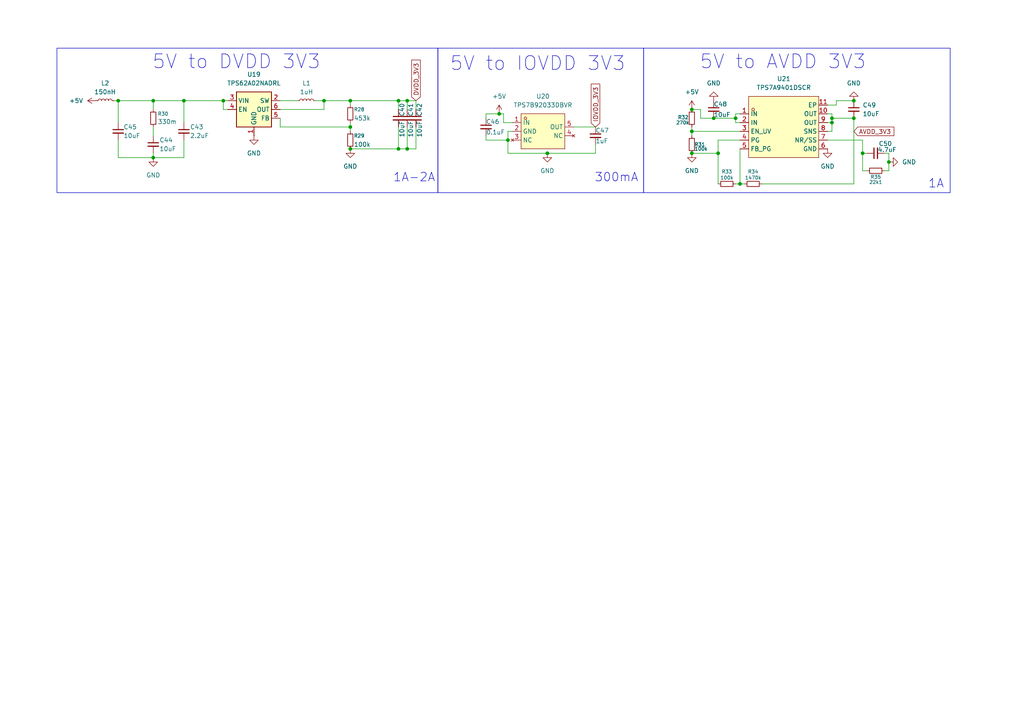
<source format=kicad_sch>
(kicad_sch (version 20250114) (generator "eeschema") (generator_version "9.0")
  (paper "A4")
  (lib_symbols
    (symbol "Device:C_Small" (pin_numbers (hide yes)) (pin_names (offset 0.254) (hide yes))
      (property "Reference" "C" (at 0.254 1.778 0))
      (property "Value" "C_Small" (at 0.254 -2.032 0))
      (symbol "C_Small_0_1"
        (polyline (pts (xy -1.524 0.508) (xy 1.524 0.508)) (stroke (width 0.3048)))
        (polyline (pts (xy -1.524 -0.508) (xy 1.524 -0.508)) (stroke (width 0.3302)))
      )
      (symbol "C_Small_1_1"
        (pin passive line (at 0 2.54 270) (length 2.032) (name "~") (number "1"))
        (pin passive line (at 0 -2.54 90) (length 2.032) (name "~") (number "2"))
      )
    )
    (symbol "Device:L_Small" (pin_numbers (hide yes)) (pin_names (offset 0.254) (hide yes))
      (property "Reference" "L" (at 0.762 1.016 0))
      (property "Value" "L_Small" (at 0.762 -1.016 0))
      (symbol "L_Small_0_1"
        (arc (start 0 2.032) (mid 0.5058 1.524) (end 0 1.016))
        (arc (start 0 1.016) (mid 0.5058 0.508) (end 0 0))
        (arc (start 0 0) (mid 0.5058 -0.508) (end 0 -1.016))
        (arc (start 0 -1.016) (mid 0.5058 -1.524) (end 0 -2.032))
      )
      (symbol "L_Small_1_1"
        (pin passive line (at 0 2.54 270) (length 0.508) (name "~") (number "1"))
        (pin passive line (at 0 -2.54 90) (length 0.508) (name "~") (number "2"))
      )
    )
    (symbol "Device:R_Small" (pin_numbers (hide yes)) (pin_names (offset 0.254) (hide yes))
      (property "Reference" "R" (at 0 0 90))
      (property "Value" "R_Small" (at 1.778 0 90))
      (symbol "R_Small_0_1"
        (rectangle (start -0.762 1.778) (end 0.762 -1.778) (stroke (width 0.2032)))
      )
      (symbol "R_Small_1_1"
        (pin passive line (at 0 2.54 270) (length 0.762) (name "~") (number "1"))
        (pin passive line (at 0 -2.54 90) (length 0.762) (name "~") (number "2"))
      )
    )
    (symbol "Regulator_Switching:TPS62A02NADRL"
      (property "Reference" "U" (at -5.08 6.35 0))
      (property "Value" "TPS62A02NADRL" (at 0 6.35 0))
      (symbol "TPS62A02NADRL_0_1"
        (rectangle (start -5.08 5.08) (end 5.08 -5.08) (stroke (width 0.254)) (fill (type background)))
      )
      (symbol "TPS62A02NADRL_1_1"
        (pin power_in line (at -7.62 2.54 0) (length 2.54) (name "VIN") (number "3"))
        (pin input line (at -7.62 0 0) (length 2.54) (name "EN") (number "4"))
        (pin power_in line (at 0 -7.62 90) (length 2.54) (name "GND") (number "1"))
        (pin power_out line (at 7.62 2.54 180) (length 2.54) (name "SW") (number "2"))
        (pin input line (at 7.62 0 180) (length 2.54) (name "OUT") (number "6"))
        (pin input line (at 7.62 -2.54 180) (length 2.54) (name "FB") (number "5"))
      )
    )
    (symbol "easyeda2kicad:TPS7A9401DSCR"
      (property "Reference" "U" (at 0 11.43 0))
      (property "Value" "TPS7A9401DSCR" (at 0 -11.43 0))
      (symbol "TPS7A9401DSCR_0_1"
        (rectangle (start -10.16 8.89) (end 10.16 -8.89) (fill (type background)))
        (circle (center -8.89 5.08) (radius 0.38))
        (pin unspecified line (at -12.7 3.81 0) (length 2.54) (name "IN") (number "1"))
        (pin unspecified line (at -12.7 1.27 0) (length 2.54) (name "IN") (number "2"))
        (pin unspecified line (at -12.7 -1.27 0) (length 2.54) (name "EN_UV") (number "3"))
        (pin unspecified line (at -12.7 -3.81 0) (length 2.54) (name "PG") (number "4"))
        (pin unspecified line (at -12.7 -6.35 0) (length 2.54) (name "FB_PG") (number "5"))
        (pin unspecified line (at 12.7 6.35 180) (length 2.54) (name "EP") (number "11"))
        (pin unspecified line (at 12.7 3.81 180) (length 2.54) (name "OUT") (number "10"))
        (pin unspecified line (at 12.7 1.27 180) (length 2.54) (name "OUT") (number "9"))
        (pin unspecified line (at 12.7 -1.27 180) (length 2.54) (name "SNS") (number "8"))
        (pin unspecified line (at 12.7 -3.81 180) (length 2.54) (name "NR/SS") (number "7"))
        (pin unspecified line (at 12.7 -6.35 180) (length 2.54) (name "GND") (number "6"))
      )
    )
    (symbol "easyeda2kicad:TPS7B92033DBVR"
      (property "Reference" "U" (at 0 7.62 0))
      (property "Value" "TPS7B92033DBVR" (at 0 -7.62 0))
      (symbol "TPS7B92033DBVR_0_1"
        (rectangle (start -6.35 5.08) (end 6.35 -5.08) (fill (type background)))
        (circle (center -5.08 3.81) (radius 0.38))
      )
      (symbol "TPS7B92033DBVR_1_1"
        (pin power_in line (at -8.89 2.54 0) (length 2.54) (name "IN") (number "1"))
        (pin power_in line (at -8.89 0 0) (length 2.54) (name "GND") (number "2"))
        (pin no_connect line (at -8.89 -2.54 0) (length 2.54) (name "NC") (number "3"))
        (pin power_out line (at 8.89 1.27 180) (length 2.54) (name "OUT") (number "5"))
        (pin no_connect line (at 8.89 -1.27 180) (length 2.54) (name "NC") (number "4"))
      )
    )
    (symbol "power:+5V" (power) (pin_numbers (hide yes)) (pin_names (offset 0) (hide yes))
      (property "Value" "+5V" (at 0 3.556 0))
      (symbol "+5V_0_1"
        (polyline (pts (xy -0.762 1.27) (xy 0 2.54)))
        (polyline (pts (xy 0 2.54) (xy 0.762 1.27)))
        (polyline (pts (xy 0 0) (xy 0 2.54)))
      )
      (symbol "+5V_1_1"
        (pin power_in line (at 0 0 90) (length 0) (name "~") (number "1"))
      )
    )
    (symbol "power:GND" (power) (pin_numbers (hide yes)) (pin_names (offset 0) (hide yes))
      (property "Value" "GND" (at 0 -3.81 0))
      (symbol "GND_0_1"
        (polyline (pts (xy 0 0) (xy 0 -1.27) (xy 1.27 -1.27) (xy 0 -2.54) (xy -1.27 -1.27) (xy 0 -1.27)))
      )
      (symbol "GND_1_1"
        (pin power_in line (at 0 0 270) (length 0) (name "~") (number "1"))
      )
    )
  )
  (rectangle (start 16.51 13.97) (end 127 55.88))
  (rectangle (start 127 13.97) (end 186.69 55.88))
  (rectangle (start 186.69 13.97) (end 275.59 55.88))
  (text "5V to AVDD 3V3" (at 227.076 18.034 0) (effects (font (size 4 4))))
  (text "5V to IOVDD 3V3" (at 155.956 18.542 0) (effects (font (size 4 4))))
  (text "1A-2A" (at 120.142 51.562 0) (effects (font (size 2.5 2.5))))
  (text "300mA" (at 178.816 51.562 0) (effects (font (size 2.5 2.5))))
  (text "5V to DVDD 3V3" (at 68.58 18.034 0) (effects (font (size 4 4))))
  (text "1A" (at 271.526 53.34 0) (effects (font (size 2.5 2.5))))
  (junction (at 34.29 29.21))
  (junction (at 200.66 38.1))
  (junction (at 257.81 46.99))
  (junction (at 200.66 44.45))
  (junction (at 241.3 34.29))
  (junction (at 207.01 34.29))
  (junction (at 93.98 29.21))
  (junction (at 147.32 40.64))
  (junction (at 44.45 29.21))
  (junction (at 115.57 43.18))
  (junction (at 44.45 45.72))
  (junction (at 144.78 33.02))
  (junction (at 118.11 43.18))
  (junction (at 250.19 44.45))
  (junction (at 53.34 29.21))
  (junction (at 208.28 44.45))
  (junction (at 118.11 29.21))
  (junction (at 101.6 43.18))
  (junction (at 214.63 53.34))
  (junction (at 158.75 44.45))
  (junction (at 213.36 34.29))
  (junction (at 64.77 29.21))
  (junction (at 247.65 29.21))
  (junction (at 101.6 36.83))
  (junction (at 200.66 31.75))
  (junction (at 247.65 34.29))
  (junction (at 115.57 29.21))
  (junction (at 241.3 35.56))
  (junction (at 101.6 29.21))
  (wire (pts (xy 247.65 34.29) (xy 241.3 34.29)))
  (wire (pts (xy 213.36 33.02) (xy 214.63 33.02)))
  (wire (pts (xy 115.57 29.21) (xy 115.57 31.75)))
  (wire (pts (xy 101.6 30.48) (xy 101.6 29.21)))
  (wire (pts (xy 250.19 40.64) (xy 240.03 40.64)))
  (wire (pts (xy 240.03 30.48) (xy 242.57 30.48)))
  (wire (pts (xy 240.03 38.1) (xy 241.3 38.1)))
  (wire (pts (xy 250.19 44.45) (xy 250.19 49.53)))
  (wire (pts (xy 101.6 36.83) (xy 101.6 38.1)))
  (wire (pts (xy 140.97 33.02) (xy 144.78 33.02)))
  (wire (pts (xy 118.11 43.18) (xy 118.11 36.83)))
  (wire (pts (xy 241.3 34.29) (xy 241.3 33.02)))
  (wire (pts (xy 147.32 40.64) (xy 140.97 40.64)))
  (wire (pts (xy 53.34 29.21) (xy 53.34 35.56)))
  (wire (pts (xy 118.11 29.21) (xy 115.57 29.21)))
  (wire (pts (xy 242.57 29.21) (xy 247.65 29.21)))
  (wire (pts (xy 147.32 40.64) (xy 147.32 44.45)))
  (wire (pts (xy 250.19 44.45) (xy 250.19 40.64)))
  (wire (pts (xy 220.98 53.34) (xy 247.65 53.34)))
  (wire (pts (xy 115.57 43.18) (xy 115.57 36.83)))
  (wire (pts (xy 93.98 29.21) (xy 91.44 29.21)))
  (wire (pts (xy 34.29 45.72) (xy 44.45 45.72)))
  (wire (pts (xy 213.36 35.56) (xy 213.36 34.29)))
  (wire (pts (xy 203.2 31.75) (xy 203.2 34.29)))
  (wire (pts (xy 53.34 29.21) (xy 64.77 29.21)))
  (wire (pts (xy 172.72 44.45) (xy 158.75 44.45)))
  (wire (pts (xy 147.32 38.1) (xy 148.59 38.1)))
  (wire (pts (xy 34.29 40.64) (xy 34.29 45.72)))
  (wire (pts (xy 64.77 29.21) (xy 64.77 31.75)))
  (wire (pts (xy 214.63 53.34) (xy 213.36 53.34)))
  (wire (pts (xy 101.6 43.18) (xy 115.57 43.18)))
  (wire (pts (xy 34.29 29.21) (xy 34.29 35.56)))
  (wire (pts (xy 53.34 40.64) (xy 53.34 45.72)))
  (wire (pts (xy 214.63 35.56) (xy 213.36 35.56)))
  (wire (pts (xy 81.28 29.21) (xy 86.36 29.21)))
  (wire (pts (xy 207.01 34.29) (xy 203.2 34.29)))
  (wire (pts (xy 66.04 29.21) (xy 64.77 29.21)))
  (wire (pts (xy 147.32 40.64) (xy 147.32 38.1)))
  (wire (pts (xy 200.66 44.45) (xy 208.28 44.45)))
  (wire (pts (xy 242.57 30.48) (xy 242.57 29.21)))
  (wire (pts (xy 166.37 36.83) (xy 172.72 36.83)))
  (wire (pts (xy 44.45 36.83) (xy 44.45 39.37)))
  (wire (pts (xy 247.65 53.34) (xy 247.65 34.29)))
  (wire (pts (xy 81.28 36.83) (xy 81.28 34.29)))
  (wire (pts (xy 208.28 53.34) (xy 208.28 44.45)))
  (wire (pts (xy 250.19 49.53) (xy 251.46 49.53)))
  (wire (pts (xy 81.28 31.75) (xy 93.98 31.75)))
  (wire (pts (xy 118.11 31.75) (xy 118.11 29.21)))
  (wire (pts (xy 140.97 34.29) (xy 140.97 33.02)))
  (wire (pts (xy 120.65 43.18) (xy 118.11 43.18)))
  (wire (pts (xy 200.66 38.1) (xy 200.66 36.83)))
  (wire (pts (xy 44.45 45.72) (xy 53.34 45.72)))
  (wire (pts (xy 146.05 35.56) (xy 146.05 33.02)))
  (wire (pts (xy 44.45 29.21) (xy 44.45 31.75)))
  (wire (pts (xy 146.05 33.02) (xy 144.78 33.02)))
  (wire (pts (xy 101.6 29.21) (xy 115.57 29.21)))
  (wire (pts (xy 101.6 36.83) (xy 81.28 36.83)))
  (wire (pts (xy 44.45 29.21) (xy 53.34 29.21)))
  (wire (pts (xy 241.3 35.56) (xy 241.3 34.29)))
  (wire (pts (xy 203.2 31.75) (xy 200.66 31.75)))
  (wire (pts (xy 214.63 43.18) (xy 214.63 53.34)))
  (wire (pts (xy 101.6 36.83) (xy 101.6 35.56)))
  (wire (pts (xy 158.75 44.45) (xy 147.32 44.45)))
  (wire (pts (xy 34.29 29.21) (xy 44.45 29.21)))
  (wire (pts (xy 208.28 44.45) (xy 208.28 40.64)))
  (wire (pts (xy 33.02 29.21) (xy 34.29 29.21)))
  (wire (pts (xy 200.66 38.1) (xy 200.66 39.37)))
  (wire (pts (xy 148.59 35.56) (xy 146.05 35.56)))
  (wire (pts (xy 241.3 33.02) (xy 240.03 33.02)))
  (wire (pts (xy 120.65 31.75) (xy 120.65 29.21)))
  (wire (pts (xy 256.54 49.53) (xy 257.81 49.53)))
  (wire (pts (xy 207.01 34.29) (xy 213.36 34.29)))
  (wire (pts (xy 214.63 53.34) (xy 215.9 53.34)))
  (wire (pts (xy 44.45 44.45) (xy 44.45 45.72)))
  (wire (pts (xy 93.98 29.21) (xy 101.6 29.21)))
  (wire (pts (xy 257.81 44.45) (xy 256.54 44.45)))
  (wire (pts (xy 120.65 29.21) (xy 118.11 29.21)))
  (wire (pts (xy 120.65 36.83) (xy 120.65 43.18)))
  (wire (pts (xy 257.81 46.99) (xy 257.81 44.45)))
  (wire (pts (xy 93.98 31.75) (xy 93.98 29.21)))
  (wire (pts (xy 140.97 40.64) (xy 140.97 39.37)))
  (wire (pts (xy 241.3 38.1) (xy 241.3 35.56)))
  (wire (pts (xy 214.63 38.1) (xy 200.66 38.1)))
  (wire (pts (xy 240.03 35.56) (xy 241.3 35.56)))
  (wire (pts (xy 208.28 40.64) (xy 214.63 40.64)))
  (wire (pts (xy 64.77 31.75) (xy 66.04 31.75)))
  (wire (pts (xy 115.57 43.18) (xy 118.11 43.18)))
  (wire (pts (xy 172.72 41.91) (xy 172.72 44.45)))
  (wire (pts (xy 213.36 34.29) (xy 213.36 33.02)))
  (wire (pts (xy 251.46 44.45) (xy 250.19 44.45)))
  (wire (pts (xy 257.81 46.99) (xy 257.81 49.53)))
  (global_label "IOVDD_3V3" (shape input) (at 172.72 36.83 90) (property "Intersheetrefs" "${INTERSHEET_REFS}" (effects (hide yes))))
  (global_label "AVDD_3V3" (shape input) (at 247.65 38.1 0) (property "Intersheetrefs" "${INTERSHEET_REFS}" (effects (hide yes))))
  (global_label "DVDD_3V3" (shape input) (at 120.65 29.21 90) (property "Intersheetrefs" "${INTERSHEET_REFS}" (effects (hide yes))))
  (symbol (lib_id "power:+5V") (at 27.94 29.21 90) (unit 1)
    (property "Reference" "#PWR088" (effects (hide yes)))
    (property "Value" "+5V" (at 24.13 29.2099 90) (effects (justify left)))
    (property "Description" "Power symbol creates a global label with name \"+5V\"" (effects (hide yes)))
  )
  (symbol (lib_id "easyeda2kicad:TPS7A9401DSCR") (at 227.33 36.83 0) (unit 1)
    (property "Reference" "U21" (at 227.33 22.86 0))
    (property "Value" "TPS7A9401DSCR" (at 227.33 25.4 0))
    (property "Footprint" "easyeda2kicad:WSON-10_L3.0-W3.0-P0.50-TL-EP" (effects (hide yes)))
    (property "LCSC Part" "C5220127" (effects (hide yes)))
  )
  (symbol (lib_id "Device:C_Small") (at 207.01 31.75 0) (unit 1)
    (property "Reference" "C48" (at 207.01 30.226 0) (effects (justify left)))
    (property "Value" "10uF" (at 207.01 33.274 0) (effects (justify left)))
    (property "Description" "Unpolarized capacitor, small symbol" (effects (hide yes)))
  )
  (symbol (lib_id "Device:R_Small") (at 210.82 53.34 90) (unit 1)
    (property "Reference" "R33" (at 210.82 49.784 90) (effects (font (size 1.016 1.016))))
    (property "Value" "100k" (at 210.82 51.562 90) (effects (font (size 1 1))))
    (property "Description" "Resistor, small symbol" (effects (hide yes)))
  )
  (symbol (lib_id "Device:R_Small") (at 101.6 33.02 0) (unit 1)
    (property "Reference" "R28" (at 102.616 31.75 0) (effects (font (size 1.016 1.016)) (justify left)))
    (property "Value" "453k" (at 102.616 34.29 0) (effects (justify left)))
    (property "Description" "Resistor, small symbol" (effects (hide yes)))
  )
  (symbol (lib_id "Device:R_Small") (at 200.66 34.29 0) (unit 1)
    (property "Reference" "R32" (at 196.596 34.036 0) (effects (font (size 1.016 1.016)) (justify left)))
    (property "Value" "270k" (at 196.088 35.56 0) (effects (font (size 1 1)) (justify left)))
    (property "Description" "Resistor, small symbol" (effects (hide yes)))
  )
  (symbol (lib_id "Device:C_Small") (at 140.97 36.83 0) (unit 1)
    (property "Reference" "C46" (at 140.97 35.306 0) (effects (justify left)))
    (property "Value" "0.1uF" (at 140.97 38.354 0) (effects (justify left)))
    (property "Description" "Unpolarized capacitor, small symbol" (effects (hide yes)))
  )
  (symbol (lib_id "power:+5V") (at 144.78 33.02 0) (unit 1)
    (property "Reference" "#PWR089" (effects (hide yes)))
    (property "Value" "+5V" (at 144.78 27.94 0))
    (property "Description" "Power symbol creates a global label with name \"+5V\"" (effects (hide yes)))
  )
  (symbol (lib_id "power:GND") (at 200.66 44.45 0) (unit 1)
    (property "Reference" "#PWR093" (effects (hide yes)))
    (property "Value" "GND" (at 200.66 49.53 0))
    (property "Description" "Power symbol creates a global label with name \"GND\" , ground" (effects (hide yes)))
  )
  (symbol (lib_id "easyeda2kicad:TPS7B92033DBVR") (at 157.48 38.1 0) (unit 1)
    (property "Reference" "U20" (at 157.48 27.94 0))
    (property "Value" "TPS7B92033DBVR" (at 157.48 30.48 0))
    (property "Footprint" "easyeda2kicad:SOT-23-5_L2.9-W1.6-P0.95-LS2.8-BR" (effects (hide yes)))
    (property "LCSC Part" "C32353919" (effects (hide yes)))
  )
  (symbol (lib_id "power:GND") (at 101.6 43.18 0) (unit 1)
    (property "Reference" "#PWR086" (effects (hide yes)))
    (property "Value" "GND" (at 101.6 48.26 0))
    (property "Description" "Power symbol creates a global label with name \"GND\" , ground" (effects (hide yes)))
  )
  (symbol (lib_id "Device:C_Small") (at 118.11 34.29 0) (unit 1)
    (property "Reference" "C41" (at 119.126 33.782 90) (effects (justify left)))
    (property "Value" "10uF" (at 119.126 39.878 90) (effects (justify left)))
    (property "Footprint" "Capacitor_SMD:C_1206_3216Metric" (effects (hide yes)))
    (property "Description" "Unpolarized capacitor, small symbol" (effects (hide yes)))
    (property "LCSC" "C77093" (effects (hide yes)))
  )
  (symbol (lib_id "Device:R_Small") (at 44.45 34.29 0) (unit 1)
    (property "Reference" "R30" (at 45.72 33.02 0) (effects (font (size 1.016 1.016)) (justify left)))
    (property "Value" "330m" (at 45.72 35.306 0) (effects (justify left)))
    (property "Footprint" "Resistor_SMD:R_0603_1608Metric" (effects (hide yes)))
    (property "Description" "Resistor, small symbol" (effects (hide yes)))
    (property "LCSC" "C2074200" (effects (hide yes)))
  )
  (symbol (lib_id "Device:R_Small") (at 254 49.53 90) (unit 1)
    (property "Reference" "R35" (at 254 51.308 90) (effects (font (size 1.016 1.016))))
    (property "Value" "22k1" (at 254 52.832 90) (effects (font (size 1 1))))
    (property "Description" "Resistor, small symbol" (effects (hide yes)))
  )
  (symbol (lib_id "power:GND") (at 240.03 43.18 0) (unit 1)
    (property "Reference" "#PWR096" (effects (hide yes)))
    (property "Value" "GND" (at 240.03 48.26 0))
    (property "Description" "Power symbol creates a global label with name \"GND\" , ground" (effects (hide yes)))
  )
  (symbol (lib_id "Device:C_Small") (at 120.65 34.29 0) (unit 1)
    (property "Reference" "C42" (at 121.666 33.782 90) (effects (justify left)))
    (property "Value" "10uF" (at 121.666 39.878 90) (effects (justify left)))
    (property "Footprint" "Capacitor_SMD:C_1206_3216Metric" (effects (hide yes)))
    (property "Description" "Unpolarized capacitor, small symbol" (effects (hide yes)))
    (property "LCSC" "C77093" (effects (hide yes)))
  )
  (symbol (lib_id "Device:C_Small") (at 44.45 41.91 0) (unit 1)
    (property "Reference" "C44" (at 46.228 40.64 0) (effects (justify left)))
    (property "Value" "10uF" (at 46.228 43.18 0) (effects (justify left)))
    (property "Footprint" "Capacitor_SMD:C_0805_2012Metric" (effects (hide yes)))
    (property "Description" "Unpolarized capacitor, small symbol" (effects (hide yes)))
    (property "LCSC" "C6684487" (effects (hide yes)))
  )
  (symbol (lib_id "Device:C_Small") (at 254 44.45 90) (unit 1)
    (property "Reference" "C50" (at 256.794 41.656 90))
    (property "Value" "4.7uF" (at 257.302 43.434 90))
    (property "Description" "Unpolarized capacitor, small symbol" (effects (hide yes)))
  )
  (symbol (lib_id "power:GND") (at 207.01 29.21 180) (unit 1)
    (property "Reference" "#PWR092" (effects (hide yes)))
    (property "Value" "GND" (at 207.01 24.13 0))
    (property "Description" "Power symbol creates a global label with name \"GND\" , ground" (effects (hide yes)))
  )
  (symbol (lib_id "Device:C_Small") (at 172.72 39.37 0) (unit 1)
    (property "Reference" "C47" (at 172.72 37.846 0) (effects (justify left)))
    (property "Value" "1uF" (at 172.72 40.894 0) (effects (justify left)))
    (property "Description" "Unpolarized capacitor, small symbol" (effects (hide yes)))
  )
  (symbol (lib_id "power:GND") (at 247.65 29.21 180) (unit 1)
    (property "Reference" "#PWR094" (effects (hide yes)))
    (property "Value" "GND" (at 247.65 24.13 0))
    (property "Description" "Power symbol creates a global label with name \"GND\" , ground" (effects (hide yes)))
  )
  (symbol (lib_id "Device:L_Small") (at 30.48 29.21 90) (unit 1)
    (property "Reference" "L2" (at 30.48 24.13 90))
    (property "Value" "150nH" (at 30.48 26.67 90))
    (property "Footprint" "Inductor_SMD:L_0603_1608Metric" (effects (hide yes)))
    (property "Description" "Inductor, small symbol" (effects (hide yes)))
    (property "LCSC" "C6961566" (effects (hide yes)))
  )
  (symbol (lib_id "Device:C_Small") (at 53.34 38.1 0) (unit 1)
    (property "Reference" "C43" (at 55.118 36.83 0) (effects (justify left)))
    (property "Value" "2.2uF" (at 55.118 39.37 0) (effects (justify left)))
    (property "Footprint" "Capacitor_SMD:C_0603_1608Metric" (effects (hide yes)))
    (property "Description" "Unpolarized capacitor, small symbol" (effects (hide yes)))
    (property "LCSC" "C86018" (effects (hide yes)))
  )
  (symbol (lib_id "power:GND") (at 257.81 46.99 90) (unit 1)
    (property "Reference" "#PWR095" (effects (hide yes)))
    (property "Value" "GND" (at 261.62 46.9899 90) (effects (justify right)))
    (property "Description" "Power symbol creates a global label with name \"GND\" , ground" (effects (hide yes)))
  )
  (symbol (lib_id "Device:C_Small") (at 115.57 34.29 0) (unit 1)
    (property "Reference" "C40" (at 116.586 33.782 90) (effects (justify left)))
    (property "Value" "10uF" (at 116.586 39.878 90) (effects (justify left)))
    (property "Footprint" "Capacitor_SMD:C_1206_3216Metric" (effects (hide yes)))
    (property "Description" "Unpolarized capacitor, small symbol" (effects (hide yes)))
    (property "LCSC" "C77093" (effects (hide yes)))
  )
  (symbol (lib_id "power:GND") (at 158.75 44.45 0) (unit 1)
    (property "Reference" "#PWR090" (effects (hide yes)))
    (property "Value" "GND" (at 158.75 49.53 0))
    (property "Description" "Power symbol creates a global label with name \"GND\" , ground" (effects (hide yes)))
  )
  (symbol (lib_id "Device:C_Small") (at 247.65 31.75 0) (unit 1)
    (property "Reference" "C49" (at 250.19 30.4862 0) (effects (justify left)))
    (property "Value" "10uF" (at 250.19 33.0262 0) (effects (justify left)))
    (property "Description" "Unpolarized capacitor, small symbol" (effects (hide yes)))
  )
  (symbol (lib_id "power:GND") (at 73.66 39.37 0) (unit 1)
    (property "Reference" "#PWR085" (effects (hide yes)))
    (property "Value" "GND" (at 73.66 44.45 0))
    (property "Description" "Power symbol creates a global label with name \"GND\" , ground" (effects (hide yes)))
  )
  (symbol (lib_id "Device:C_Small") (at 34.29 38.1 0) (unit 1)
    (property "Reference" "C45" (at 35.814 36.83 0) (effects (justify left)))
    (property "Value" "10uF" (at 35.814 39.37 0) (effects (justify left)))
    (property "Footprint" "Capacitor_SMD:C_0805_2012Metric" (effects (hide yes)))
    (property "Description" "Unpolarized capacitor, small symbol" (effects (hide yes)))
    (property "LCSC" "C6684487" (effects (hide yes)))
  )
  (symbol (lib_id "power:+5V") (at 200.66 31.75 0) (unit 1)
    (property "Reference" "#PWR091" (effects (hide yes)))
    (property "Value" "+5V" (at 200.66 26.67 0))
    (property "Description" "Power symbol creates a global label with name \"+5V\"" (effects (hide yes)))
  )
  (symbol (lib_id "Device:R_Small") (at 101.6 40.64 0) (unit 1)
    (property "Reference" "R29" (at 102.616 39.37 0) (effects (font (size 1.016 1.016)) (justify left)))
    (property "Value" "100k" (at 102.616 41.91 0) (effects (justify left)))
    (property "Description" "Resistor, small symbol" (effects (hide yes)))
  )
  (symbol (lib_id "Device:L_Small") (at 88.9 29.21 90) (unit 1)
    (property "Reference" "L1" (at 88.9 24.13 90))
    (property "Value" "1uH" (at 88.9 26.67 90))
    (property "Footprint" "easyeda2kicad:L0806" (effects (hide yes)))
    (property "Description" "Inductor, small symbol" (effects (hide yes)))
    (property "LCSC" "C161082" (effects (hide yes)))
  )
  (symbol (lib_id "Device:R_Small") (at 200.66 41.91 0) (unit 1)
    (property "Reference" "R31" (at 201.422 41.91 0) (effects (font (size 1.016 1.016)) (justify left)))
    (property "Value" "100k" (at 201.422 43.18 0) (effects (font (size 1 1)) (justify left)))
    (property "Description" "Resistor, small symbol" (effects (hide yes)))
  )
  (symbol (lib_id "Regulator_Switching:TPS62A02NADRL") (at 73.66 31.75 0) (unit 1)
    (property "Reference" "U19" (at 73.66 21.59 0))
    (property "Value" "TPS62A02NADRL" (at 73.66 24.13 0))
    (property "Footprint" "Package_TO_SOT_SMD:SOT-563" (effects (hide yes)))
    (property "Datasheet" "https://www.ti.com/lit/gpn/tps62a02a" (effects (hide yes)))
    (property "Description" "High Efficiency Synchronous Buck Converter with forced PWM, Adjustable Output 0.6V-5.5V, 2A, Enable, SOT-563" (effects (hide yes)))
  )
  (symbol (lib_id "power:GND") (at 44.45 45.72 0) (unit 1)
    (property "Reference" "#PWR087" (effects (hide yes)))
    (property "Value" "GND" (at 44.45 50.8 0))
    (property "Description" "Power symbol creates a global label with name \"GND\" , ground" (effects (hide yes)))
  )
  (symbol (lib_id "Device:R_Small") (at 218.44 53.34 90) (unit 1)
    (property "Reference" "R34" (at 218.44 49.784 90) (effects (font (size 1.016 1.016))))
    (property "Value" "1470k" (at 218.44 51.562 90) (effects (font (size 1 1))))
    (property "Description" "Resistor, small symbol" (effects (hide yes)))
  )
)
</source>
